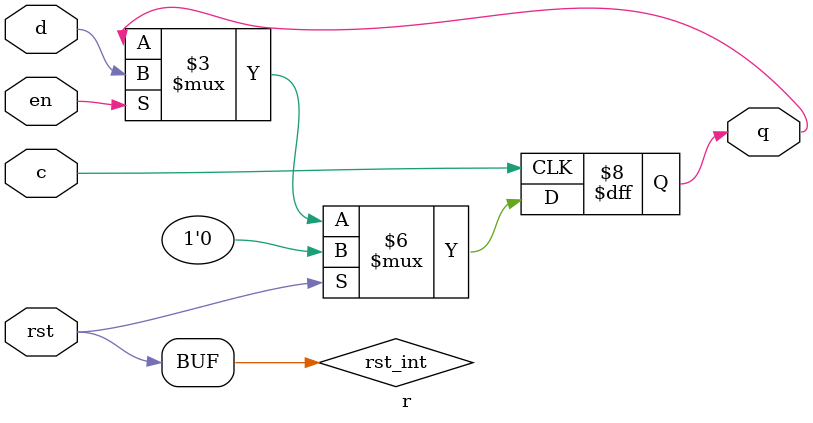
<source format=v>
`timescale 1ns/1ns
module r
#(parameter WIDTH=1,
  parameter INIT={WIDTH{1'b0}},
  parameter ASYNC_RESET=0)
(input wire c,
 input wire [WIDTH-1:0] d,
 input wire rst,
 input wire en,
 output reg [WIDTH-1:0] q);

initial q = INIT;

`ifndef SIM
(* keep = "true" *)
wire rst_int = rst;
`else
wire rst_int = rst;
`endif

generate if (ASYNC_RESET)
  always @(posedge c or posedge rst) begin
    if (rst_int)
      q <= INIT;
    else if (en)
      q <= d;
  end
else
  always @(posedge c) begin
    if (rst_int)
      q <= INIT;
    else if (en)
      q <= d;
  end
endgenerate

endmodule

</source>
